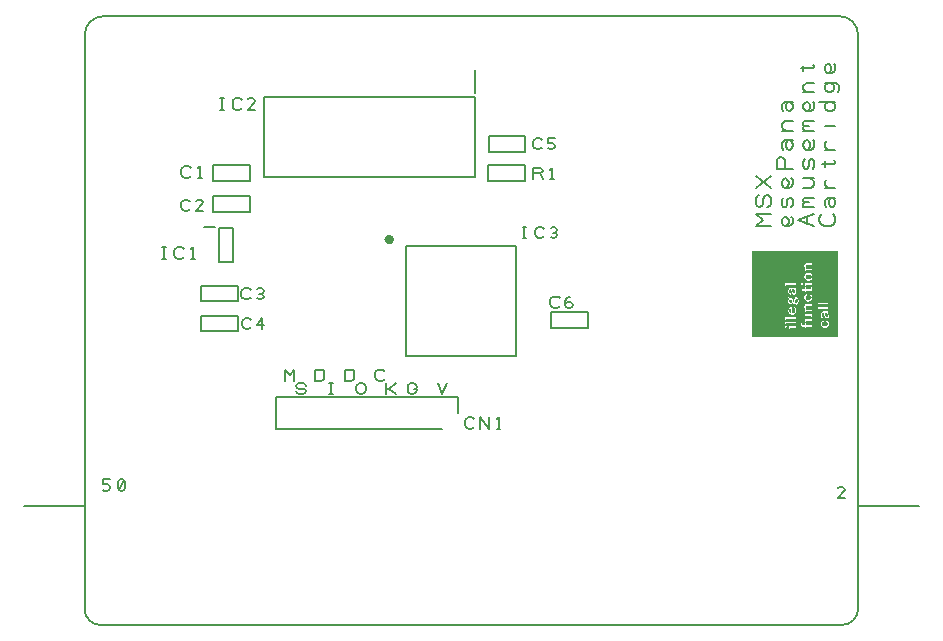
<source format=gbr>
G04 DesignSpark PCB PRO Gerber Version 10.0 Build 5299*
%FSLAX35Y35*%
%MOIN*%
%ADD77C,0.00197*%
%ADD13C,0.00500*%
%ADD80C,0.00787*%
%ADD83C,0.00800*%
%ADD82C,0.01575*%
X0Y0D02*
D02*
D13*
X142281Y8169D02*
G75*
G02*
X137001Y13449I0J5280D01*
G01*
Y204833D01*
G75*
G02*
X143251Y211083I6250J0D01*
G01*
X388594D01*
G75*
G02*
X394844Y204833I0J-6250D01*
G01*
Y13667D01*
G75*
G02*
X389347Y8169I-5497J0D01*
G01*
X142281D01*
X162774Y130313D02*
X164024D01*
X163399D02*
Y134063D01*
X162774D02*
X164024D01*
X169962Y130938D02*
X169649Y130625D01*
X169024Y130313D01*
X168087D01*
X167462Y130625D01*
X167149Y130938D01*
X166837Y131563D01*
Y132813D01*
X167149Y133438D01*
X167462Y133750D01*
X168087Y134063D01*
X169024D01*
X169649Y133750D01*
X169962Y133438D01*
X172462Y130313D02*
X173712D01*
X173087D02*
Y134063D01*
X172462Y133438D01*
X172200Y146846D02*
X171888Y146533D01*
X171263Y146221D01*
X170325D01*
X169700Y146533D01*
X169388Y146846D01*
X169075Y147471D01*
Y148721D01*
X169388Y149346D01*
X169700Y149659D01*
X170325Y149971D01*
X171263D01*
X171888Y149659D01*
X172200Y149346D01*
X176575Y146221D02*
X174075D01*
X176263Y148409D01*
X176575Y149033D01*
X176263Y149659D01*
X175638Y149971D01*
X174700D01*
X174075Y149659D01*
X172325Y157954D02*
X172013Y157641D01*
X171387Y157328D01*
X170450D01*
X169825Y157641D01*
X169513Y157954D01*
X169200Y158578D01*
Y159828D01*
X169513Y160454D01*
X169825Y160766D01*
X170450Y161078D01*
X171387D01*
X172013Y160766D01*
X172325Y160454D01*
X174825Y157328D02*
X176075D01*
X175450D02*
Y161078D01*
X174825Y160454D01*
X182243Y179981D02*
X183493D01*
X182869D02*
Y183731D01*
X182243D02*
X183493D01*
X189431Y180607D02*
X189119Y180294D01*
X188493Y179981D01*
X187556D01*
X186931Y180294D01*
X186619Y180607D01*
X186306Y181231D01*
Y182481D01*
X186619Y183107D01*
X186931Y183419D01*
X187556Y183731D01*
X188493D01*
X189119Y183419D01*
X189431Y183107D01*
X193806Y179981D02*
X191306D01*
X193493Y182169D01*
X193806Y182794D01*
X193493Y183419D01*
X192869Y183731D01*
X191931D01*
X191306Y183419D01*
X192294Y117318D02*
X191981Y117006D01*
X191356Y116693D01*
X190419D01*
X189794Y117006D01*
X189481Y117318D01*
X189169Y117943D01*
Y119193D01*
X189481Y119818D01*
X189794Y120131D01*
X190419Y120443D01*
X191356D01*
X191981Y120131D01*
X192294Y119818D01*
X194481Y117006D02*
X195106Y116693D01*
X195731D01*
X196356Y117006D01*
X196669Y117631D01*
X196356Y118256D01*
X195731Y118568D01*
X195106D01*
X195731D02*
X196356Y118881D01*
X196669Y119506D01*
X196356Y120131D01*
X195731Y120443D01*
X195106D01*
X194481Y120131D01*
X192543Y107445D02*
X192231Y107132D01*
X191606Y106820D01*
X190668D01*
X190043Y107132D01*
X189731Y107445D01*
X189418Y108070D01*
Y109320D01*
X189731Y109945D01*
X190043Y110257D01*
X190668Y110570D01*
X191606D01*
X192231Y110257D01*
X192543Y109945D01*
X195981Y106820D02*
Y110570D01*
X194418Y108070D01*
X196918D01*
X203831Y89560D02*
Y93310D01*
X205394Y91435D01*
X206957Y93310D01*
Y89560D01*
X213831D02*
Y93310D01*
X215707D01*
X216331Y92998D01*
X216644Y92685D01*
X216957Y92060D01*
Y90810D01*
X216644Y90185D01*
X216331Y89873D01*
X215707Y89560D01*
X213831D01*
X223831D02*
Y93310D01*
X225707D01*
X226331Y92998D01*
X226644Y92685D01*
X226957Y92060D01*
Y90810D01*
X226644Y90185D01*
X226331Y89873D01*
X225707Y89560D01*
X223831D01*
X236957Y90185D02*
X236644Y89873D01*
X236019Y89560D01*
X235081D01*
X234457Y89873D01*
X234144Y90185D01*
X233831Y90810D01*
Y92060D01*
X234144Y92685D01*
X234457Y92998D01*
X235081Y93310D01*
X236019D01*
X236644Y92998D01*
X236957Y92685D01*
X207576Y86047D02*
X207888Y85422D01*
X208513Y85109D01*
X209763D01*
X210388Y85422D01*
X210701Y86047D01*
X210388Y86672D01*
X209763Y86985D01*
X208513D01*
X207888Y87297D01*
X207576Y87922D01*
X207888Y88547D01*
X208513Y88859D01*
X209763D01*
X210388Y88547D01*
X210701Y87922D01*
X218513Y85109D02*
X219763D01*
X219138D02*
Y88859D01*
X218513D02*
X219763D01*
X227576Y86359D02*
Y87609D01*
X227888Y88235D01*
X228201Y88547D01*
X228826Y88859D01*
X229451D01*
X230076Y88547D01*
X230388Y88235D01*
X230701Y87609D01*
Y86359D01*
X230388Y85735D01*
X230076Y85422D01*
X229451Y85109D01*
X228826D01*
X228201Y85422D01*
X227888Y85735D01*
X227576Y86359D01*
X237576Y85109D02*
Y88859D01*
Y86985D02*
X238513D01*
X240701Y88859D01*
X238513Y86985D02*
X240701Y85109D01*
X246830Y86672D02*
X247767D01*
Y86359D01*
X247455Y85735D01*
X247142Y85422D01*
X246517Y85109D01*
X245892D01*
X245267Y85422D01*
X244955Y85735D01*
X244642Y86359D01*
Y87609D01*
X244955Y88235D01*
X245267Y88547D01*
X245892Y88859D01*
X246517D01*
X247142Y88547D01*
X247455Y88235D01*
X247767Y87609D01*
X254642Y88859D02*
X256205Y85109D01*
X257767Y88859D01*
X266862Y74253D02*
X266550Y73940D01*
X265924Y73628D01*
X264987D01*
X264362Y73940D01*
X264050Y74253D01*
X263737Y74878D01*
Y76128D01*
X264050Y76753D01*
X264362Y77065D01*
X264987Y77378D01*
X265924D01*
X266550Y77065D01*
X266862Y76753D01*
X268737Y73628D02*
Y77378D01*
X271862Y73628D01*
Y77378D01*
X274362Y73628D02*
X275612D01*
X274987D02*
Y77378D01*
X274362Y76753D01*
X282959Y137116D02*
X284209D01*
X283585D02*
Y140866D01*
X282959D02*
X284209D01*
X290147Y137741D02*
X289835Y137429D01*
X289209Y137116D01*
X288272D01*
X287647Y137429D01*
X287335Y137741D01*
X287022Y138366D01*
Y139616D01*
X287335Y140241D01*
X287647Y140554D01*
X288272Y140866D01*
X289209D01*
X289835Y140554D01*
X290147Y140241D01*
X292335Y137429D02*
X292959Y137116D01*
X293585D01*
X294209Y137429D01*
X294522Y138054D01*
X294209Y138679D01*
X293585Y138991D01*
X292959D01*
X293585D02*
X294209Y139304D01*
X294522Y139929D01*
X294209Y140554D01*
X293585Y140866D01*
X292959D01*
X292335Y140554D01*
X283804Y161537D02*
Y156237D01*
X271504D01*
Y161537D01*
X283804D01*
X289515Y167314D02*
X289203Y167001D01*
X288578Y166689D01*
X287640D01*
X287015Y167001D01*
X286703Y167314D01*
X286390Y167939D01*
Y169189D01*
X286703Y169814D01*
X287015Y170126D01*
X287640Y170439D01*
X288578D01*
X289203Y170126D01*
X289515Y169814D01*
X291390Y167001D02*
X292015Y166689D01*
X292953D01*
X293578Y167001D01*
X293890Y167626D01*
Y167939D01*
X293578Y168564D01*
X292953Y168876D01*
X291390D01*
Y170439D01*
X293890D01*
X286515Y156829D02*
Y160579D01*
X288702D01*
X289328Y160267D01*
X289640Y159642D01*
X289328Y159017D01*
X288702Y158704D01*
X286515D01*
X288702D02*
X289640Y156829D01*
X292140D02*
X293390D01*
X292765D02*
Y160579D01*
X292140Y159954D01*
X295381Y114522D02*
X295069Y114209D01*
X294443Y113897D01*
X293506D01*
X292881Y114209D01*
X292569Y114522D01*
X292256Y115147D01*
Y116397D01*
X292569Y117022D01*
X292881Y117335D01*
X293506Y117647D01*
X294443D01*
X295069Y117335D01*
X295381Y117022D01*
X297256Y114835D02*
X297569Y115459D01*
X298193Y115772D01*
X298819D01*
X299443Y115459D01*
X299756Y114835D01*
X299443Y114209D01*
X298819Y113897D01*
X298193D01*
X297569Y114209D01*
X297256Y114835D01*
Y115772D01*
X297569Y116709D01*
X298193Y117335D01*
X298819Y117647D01*
D02*
D77*
X359621Y104533D02*
Y132833D01*
X359721Y104532D02*
Y132833D01*
X359821Y104533D02*
Y132832D01*
X359921Y104533D02*
X359920Y132833D01*
X360021Y104533D02*
Y132833D01*
X360121Y104533D02*
Y132833D01*
X360221Y104532D02*
Y132833D01*
X360321Y104533D02*
Y132832D01*
X360421Y104533D02*
X360420Y132832D01*
X360521Y104533D02*
Y132833D01*
X360621Y104533D02*
X360621Y132833D01*
X360721Y104532D02*
Y132833D01*
X360821Y104533D02*
Y132832D01*
X360921Y104533D02*
X360920Y132832D01*
X361021Y104533D02*
Y132833D01*
X361121Y104533D02*
X361121Y132833D01*
X361221Y104532D02*
Y132833D01*
X361321Y104533D02*
Y132832D01*
X361421Y104533D02*
Y132833D01*
X361521Y104533D02*
Y132833D01*
X361621Y104533D02*
Y132833D01*
X361721Y104532D02*
Y132833D01*
X361821Y104533D02*
X361821Y132833D01*
X361921Y104533D02*
Y132833D01*
X362021Y104533D02*
Y132833D01*
X362121Y104533D02*
X362120Y132833D01*
X362221Y104532D02*
Y132833D01*
X362321Y104533D02*
X362321Y132833D01*
X362421Y104533D02*
Y132833D01*
X362521Y104533D02*
Y132833D01*
X362621Y104533D02*
Y132832D01*
X362721Y104532D02*
Y132833D01*
X362821Y104533D02*
X362821Y132833D01*
X362921Y104533D02*
Y132833D01*
X363021Y104532D02*
Y132833D01*
X363121Y104533D02*
Y132832D01*
X363221Y104533D02*
X363221Y132833D01*
X363321Y104533D02*
X363321Y132833D01*
X363421Y104533D02*
Y132833D01*
X363521Y104532D02*
Y132833D01*
X363621Y104533D02*
Y132832D01*
X363721Y104533D02*
X363720Y132833D01*
X363821Y104533D02*
Y132833D01*
X363921Y104533D02*
Y132833D01*
X364021Y104532D02*
Y132833D01*
X364121Y104533D02*
Y132832D01*
X364221Y104533D02*
X364220Y132833D01*
X364321Y104533D02*
Y132833D01*
X364421Y104533D02*
X364421Y132833D01*
X364521Y104532D02*
Y132833D01*
X364621Y104533D02*
Y132832D01*
X364721Y104533D02*
X364720Y132832D01*
X364821Y104533D02*
Y132833D01*
X364921Y104533D02*
X364921Y132833D01*
X365021Y104532D02*
Y132833D01*
X365121Y104533D02*
Y132832D01*
X365221Y104533D02*
Y132833D01*
X365321Y104533D02*
Y132833D01*
X365421Y104533D02*
X365421Y132833D01*
X365521Y104532D02*
Y132833D01*
X365621Y104533D02*
X365621Y132833D01*
X365721Y104533D02*
Y132833D01*
X365821Y104533D02*
Y132833D01*
X365921Y104533D02*
X365920Y132833D01*
X366021Y104532D02*
Y132833D01*
X366121Y104533D02*
X366121Y132833D01*
X366221Y104533D02*
Y132833D01*
X366321Y104533D02*
Y132833D01*
X366421Y104533D02*
Y132832D01*
X366521Y104532D02*
Y132833D01*
X366621Y104533D02*
X366621Y132833D01*
X366721Y104533D02*
Y132833D01*
X366821Y104533D02*
Y132833D01*
X366921Y104533D02*
Y132832D01*
X367021Y104533D02*
X367021Y132833D01*
X367121Y104533D02*
X367121Y132833D01*
X367221Y104533D02*
Y132833D01*
X367321Y104532D02*
Y132833D01*
X367421Y104533D02*
Y132832D01*
X367521Y104533D02*
X367521Y132833D01*
X367621Y104533D02*
Y132833D01*
X367721Y104533D02*
Y132833D01*
X367821Y104532D02*
Y132833D01*
X367921Y104533D02*
Y132832D01*
X368021Y104533D02*
X368020Y132833D01*
X368121Y104533D02*
Y132833D01*
X368221Y104533D02*
X368221Y132833D01*
X368321Y104532D02*
Y132833D01*
X368421Y104533D02*
Y132832D01*
X368521Y104533D02*
X368520Y132832D01*
X368621Y104533D02*
Y132833D01*
X368721Y104533D02*
X368721Y132833D01*
X368821Y104532D02*
Y132833D01*
X368921Y104533D02*
Y132832D01*
X369021Y104533D02*
Y132833D01*
X369121Y104533D02*
Y132833D01*
X369221Y104533D02*
X369221Y132833D01*
X369321Y104532D02*
Y132833D01*
X369421Y104533D02*
X369421Y132833D01*
X369521Y104533D02*
Y132833D01*
X369621Y104533D02*
Y132833D01*
X369721Y104533D02*
X369720Y132833D01*
X369821Y104532D02*
Y132833D01*
X369921Y104533D02*
X369921Y132833D01*
X370021Y104533D02*
Y132833D01*
X370121Y104533D02*
Y107332D01*
Y108033D02*
Y132833D01*
X370221Y104533D02*
Y107232D01*
Y108133D02*
X370220Y108433D01*
X370221Y109633D02*
Y109933D01*
Y111133D02*
Y121132D01*
Y122333D02*
Y132832D01*
X370321Y104532D02*
Y107132D01*
Y108132D02*
Y108432D01*
Y109632D02*
Y109932D01*
Y111132D02*
Y121133D01*
Y122332D02*
Y132833D01*
X370420Y122332D02*
X370421Y132833D01*
X370421Y104533D02*
X370420Y107132D01*
X370421Y109633D02*
X370420Y109932D01*
X370421Y111133D02*
X370421Y121133D01*
Y108133D02*
X370420Y108432D01*
X370521Y104533D02*
Y107133D01*
Y108233D02*
Y108433D01*
Y109633D02*
Y109933D01*
Y111133D02*
Y121133D01*
Y122333D02*
Y132833D01*
X370621Y104533D02*
X370621Y107133D01*
X370621Y108233D02*
X370622Y108433D01*
X370621Y109632D02*
X370622Y109933D01*
X370621Y111132D02*
Y121133D01*
X370621Y122333D02*
X370621Y132833D01*
X370721Y104533D02*
Y107133D01*
Y108133D02*
X370720Y108433D01*
X370721Y109633D02*
Y109933D01*
Y111133D02*
Y121132D01*
Y122333D02*
Y132832D01*
X370821Y109632D02*
Y110233D01*
Y111132D02*
Y121433D01*
Y122332D02*
Y132833D01*
X370821Y104533D02*
X370821Y107233D01*
X370821Y108133D02*
X370821Y108733D01*
X370920Y122332D02*
X370921Y132833D01*
X370921Y104533D02*
Y107333D01*
Y109633D02*
X370921Y110233D01*
X370921Y111133D02*
X370921Y121433D01*
Y108033D02*
Y108733D01*
X371021Y104533D02*
Y108733D01*
Y109633D02*
Y110233D01*
Y111133D02*
Y121433D01*
Y122333D02*
Y132833D01*
X371121Y104532D02*
Y108733D01*
Y109632D02*
Y110233D01*
Y111132D02*
Y121433D01*
X371122Y122333D02*
X371121Y132833D01*
X371221Y104533D02*
Y108732D01*
Y109633D02*
Y110232D01*
Y111133D02*
Y121432D01*
Y122333D02*
Y132832D01*
X371321Y109632D02*
Y110233D01*
Y111132D02*
Y112533D01*
Y116833D02*
Y117232D01*
Y117833D02*
Y118833D01*
Y120133D02*
Y121433D01*
Y122332D02*
Y132833D01*
X371321Y104533D02*
X371321Y108733D01*
X371321Y113633D02*
Y115633D01*
X371420Y117032D02*
X371421Y117133D01*
X371420Y122332D02*
X371421Y132833D01*
X371421Y104533D02*
X371421Y106933D01*
X371421Y109633D02*
X371421Y110233D01*
X371421Y111133D02*
Y112232D01*
Y113933D02*
Y115433D01*
X371421Y108133D02*
Y108733D01*
Y117833D02*
X371421Y118632D01*
X371421Y120433D02*
Y121433D01*
X371521Y104533D02*
Y106933D01*
Y108133D02*
Y108732D01*
Y109633D02*
Y110233D01*
Y111133D02*
Y112133D01*
Y114033D02*
Y115233D01*
Y117833D02*
Y118533D01*
Y120533D02*
Y121433D01*
Y122333D02*
Y132833D01*
X371620Y108133D02*
X371621Y108733D01*
X371620Y114133D02*
Y115233D01*
X371621Y104532D02*
Y106933D01*
Y109632D02*
Y110233D01*
Y111132D02*
Y112033D01*
Y117833D02*
Y118333D01*
Y120633D02*
Y121433D01*
Y122332D02*
Y132833D01*
X371721Y104533D02*
Y106932D01*
Y108133D02*
Y108732D01*
Y109633D02*
Y110232D01*
Y111133D02*
Y111933D01*
Y114233D02*
Y115132D01*
Y117832D02*
Y118332D01*
Y120733D02*
Y121432D01*
Y122333D02*
Y132832D01*
X371820Y119432D02*
X371821Y119633D01*
Y109632D02*
Y110233D01*
Y111132D02*
X371820Y111832D01*
X371821Y113033D02*
Y113132D01*
Y117833D02*
Y118232D01*
Y120832D02*
X371820Y121433D01*
X371821Y122332D02*
X371820Y132833D01*
X371821Y104533D02*
X371821Y106933D01*
X371821Y108133D02*
X371821Y108733D01*
X371821Y114333D02*
X371821Y115033D01*
X371821Y116233D02*
X371921Y104533D02*
Y106933D01*
Y108133D02*
Y108733D01*
Y109633D02*
Y110233D01*
Y111133D02*
Y111732D01*
Y112833D02*
Y113333D01*
Y114433D02*
Y115032D01*
Y116032D02*
Y116433D01*
Y117633D02*
Y118233D01*
Y119233D02*
Y119832D01*
Y120832D02*
Y121433D01*
Y122333D02*
Y132833D01*
X372021Y104533D02*
Y107232D01*
Y108133D02*
Y108732D01*
Y109633D02*
Y110233D01*
Y111133D02*
Y111733D01*
Y112733D02*
Y113433D01*
Y114433D02*
Y115033D01*
Y115933D02*
Y116533D01*
Y117432D02*
Y118233D01*
Y119132D02*
X372021Y119933D01*
X372021Y120833D02*
Y121433D01*
Y122333D02*
X372021Y132833D01*
X372120Y108133D02*
X372121Y108733D01*
Y104532D02*
Y107233D01*
Y109632D02*
Y110233D01*
Y111132D02*
Y111732D01*
Y112632D02*
Y113533D01*
Y114432D02*
Y115033D01*
Y115932D02*
Y116532D01*
Y117432D02*
Y118232D01*
Y119133D02*
Y119933D01*
Y120832D02*
Y121433D01*
Y122332D02*
Y132833D01*
X372221Y104533D02*
Y107232D01*
Y108133D02*
Y108732D01*
Y109633D02*
Y110232D01*
Y111133D02*
Y111633D01*
Y112633D02*
Y113532D01*
Y114532D02*
X372221Y115033D01*
X372221Y115933D02*
X372221Y116533D01*
X372221Y117432D02*
Y118233D01*
Y119033D02*
Y120033D01*
Y120932D02*
Y121432D01*
Y122333D02*
Y132832D01*
X372320Y120932D02*
X372320Y121433D01*
X372321Y109632D02*
Y110233D01*
Y114533D02*
Y115033D01*
Y117432D02*
Y118232D01*
X372321Y104533D02*
X372321Y107233D01*
X372321Y108133D02*
X372321Y108733D01*
X372321Y111133D02*
Y111633D01*
Y115933D02*
X372321Y116532D01*
X372321Y119033D02*
X372320Y119432D01*
X372321Y122333D02*
X372320Y132832D01*
X372421Y104533D02*
Y107233D01*
Y108133D02*
Y108733D01*
Y109632D02*
Y110233D01*
Y111133D02*
Y111633D01*
Y114533D02*
Y115032D01*
Y116032D02*
Y116433D01*
Y117432D02*
Y119033D01*
Y120933D02*
Y121433D01*
Y122333D02*
Y132833D01*
X372521Y104533D02*
Y107232D01*
Y108133D02*
Y108732D01*
Y109633D02*
Y110233D01*
Y111133D02*
Y111633D01*
Y114533D02*
Y115033D01*
Y117332D02*
Y118733D01*
Y122333D02*
X372521Y132833D01*
Y120933D02*
Y121433D01*
X372621Y104532D02*
Y107233D01*
Y108132D02*
Y108733D01*
Y109632D02*
Y110233D01*
Y111132D02*
Y111632D01*
Y114533D02*
Y115133D01*
Y117333D02*
Y118633D01*
Y120933D02*
Y121433D01*
Y122332D02*
Y132833D01*
X372721Y104533D02*
Y107232D01*
Y108133D02*
Y108732D01*
Y109633D02*
Y110232D01*
Y111133D02*
Y111633D01*
Y117233D02*
Y118432D01*
Y120932D02*
Y121432D01*
Y122333D02*
Y132832D01*
X372721Y114533D02*
X372721Y115233D01*
X372820Y117132D02*
X372821Y118333D01*
X372820Y119932D02*
X372821Y120033D01*
X372820Y120932D02*
X372821Y121433D01*
X372821Y104533D02*
Y107233D01*
Y109632D02*
Y110233D01*
Y114533D02*
Y115333D01*
X372821Y108133D02*
X372821Y108733D01*
X372821Y111133D02*
Y111633D01*
Y122333D02*
X372820Y132832D01*
X372921Y104533D02*
Y107233D01*
Y108133D02*
Y108733D01*
Y109632D02*
Y110233D01*
Y111133D02*
Y111633D01*
Y112533D02*
Y115333D01*
Y117032D02*
Y118232D01*
Y119533D02*
Y120033D01*
Y120933D02*
Y121433D01*
Y122333D02*
Y132833D01*
X373020Y119333D02*
X373021Y120033D01*
Y104533D02*
Y107232D01*
Y108133D02*
Y108732D01*
Y109633D02*
Y110232D01*
Y111133D02*
Y111633D01*
Y112532D02*
Y115233D01*
Y116733D02*
Y118233D01*
Y122333D02*
X373021Y132833D01*
Y120933D02*
Y121433D01*
X373121Y104532D02*
Y107233D01*
Y108132D02*
Y108733D01*
Y109632D02*
Y110233D01*
Y111132D02*
Y111632D01*
Y112533D02*
Y113732D01*
Y114533D02*
Y115133D01*
Y116032D02*
Y118133D01*
Y119133D02*
Y120032D01*
Y120933D02*
Y121433D01*
Y122332D02*
Y132833D01*
X373221Y104533D02*
Y107232D01*
Y108133D02*
Y108732D01*
Y109633D02*
X373221Y110233D01*
X373221Y111133D02*
Y111633D01*
Y112633D02*
X373221Y113733D01*
X373221Y119132D02*
Y120033D01*
Y120932D02*
X373221Y121433D01*
Y114533D02*
X373221Y115132D01*
X373221Y116533D02*
Y118133D01*
Y122333D02*
X373221Y132832D01*
X373321Y109632D02*
Y110233D01*
Y114533D02*
X373320Y115132D01*
X373321Y117232D02*
X373321Y118133D01*
Y104533D02*
X373321Y107233D01*
X373321Y108133D02*
X373321Y108733D01*
X373321Y111133D02*
Y111633D01*
Y112633D02*
Y113733D01*
Y119033D02*
X373321Y119832D01*
X373321Y120933D02*
Y121433D01*
Y122333D02*
Y132833D01*
X373421Y104533D02*
Y107233D01*
Y108133D02*
Y108733D01*
Y109632D02*
Y110233D01*
Y111133D02*
Y111732D01*
Y114432D02*
Y115133D01*
Y117433D02*
Y118133D01*
Y119133D02*
Y119733D01*
Y120933D02*
Y121433D01*
X373421Y122333D02*
X373421Y132833D01*
X373422Y112732D02*
X373421Y113633D01*
X373521Y104533D02*
Y107232D01*
Y108133D02*
Y108732D01*
Y109633D02*
Y110232D01*
Y111133D02*
X373520Y111733D01*
X373521Y112832D02*
Y113532D01*
Y114433D02*
Y115132D01*
Y117633D02*
Y118133D01*
Y119132D02*
Y119632D01*
Y120933D02*
Y121433D01*
Y122333D02*
Y132833D01*
X373621Y104532D02*
Y107233D01*
Y108132D02*
Y108733D01*
Y109632D02*
Y110233D01*
Y111132D02*
Y111833D01*
Y114432D02*
Y115232D01*
Y117732D02*
Y118133D01*
Y120933D02*
Y121433D01*
Y122332D02*
Y132833D01*
X373720Y108133D02*
X373721Y108732D01*
X373720Y122332D02*
X373721Y132833D01*
X373721Y104533D02*
Y107232D01*
Y109633D02*
X373721Y110233D01*
X373721Y111133D02*
Y111832D01*
Y117733D02*
Y118233D01*
X373721Y114333D02*
X373720Y115233D01*
X373721Y120933D02*
Y121433D01*
X373821Y104533D02*
Y107232D01*
Y108133D02*
Y108733D01*
Y109633D02*
Y110233D01*
Y111133D02*
Y111933D01*
Y114233D02*
Y115033D01*
Y117733D02*
Y118233D01*
Y120933D02*
Y121433D01*
Y122333D02*
Y132833D01*
X373921Y104533D02*
Y107233D01*
Y108133D02*
Y108733D01*
Y109632D02*
Y110233D01*
Y111132D02*
Y112033D01*
Y114133D02*
Y115032D01*
Y115933D02*
Y116433D01*
Y117833D02*
Y118333D01*
Y120933D02*
Y121433D01*
X373921Y122333D02*
X373921Y132833D01*
X374021Y104533D02*
Y107232D01*
Y108133D02*
Y108732D01*
Y109633D02*
Y110232D01*
Y111133D02*
X374020Y112233D01*
X374021Y113933D02*
Y114933D01*
Y115832D02*
Y116832D01*
Y117832D02*
Y118432D01*
Y119932D02*
Y120132D01*
Y120932D02*
X374020Y121433D01*
X374021Y122333D02*
Y132832D01*
X374121Y104532D02*
Y112533D01*
Y113732D02*
Y114932D01*
Y115833D02*
X374121Y116933D01*
X374121Y117833D02*
Y118633D01*
Y119732D02*
Y132833D01*
X374221Y104533D02*
Y114933D01*
Y115832D02*
Y116933D01*
X374221Y117833D02*
Y132833D01*
X374321Y104533D02*
Y114933D01*
Y116032D02*
Y116733D01*
Y117833D02*
Y132833D01*
X374421Y104533D02*
Y114932D01*
Y117732D02*
Y132833D01*
X374521Y104533D02*
Y115032D01*
Y117733D02*
Y132832D01*
X374621Y104532D02*
Y115033D01*
Y117633D02*
Y132833D01*
X374720Y117532D02*
X374721Y132833D01*
X374721Y104533D02*
Y115132D01*
X374821Y104533D02*
Y115332D01*
Y117333D02*
Y132833D01*
X374920Y116933D02*
X374921Y132833D01*
Y104532D02*
X374921Y115733D01*
X375021Y104533D02*
Y132832D01*
X375121Y104533D02*
X375121Y132833D01*
X375221Y104533D02*
X375221Y132833D01*
X375321Y104533D02*
Y132833D01*
X375421Y104532D02*
Y132833D01*
X375521Y104533D02*
Y121632D01*
Y122232D02*
Y132832D01*
X375620Y109032D02*
X375621Y121532D01*
Y122332D02*
X375620Y132833D01*
X375621Y104533D02*
X375620Y108032D01*
X375721Y104533D02*
Y107733D01*
Y109033D02*
Y121433D01*
Y122432D02*
Y132833D01*
X375821Y104533D02*
Y107633D01*
Y122433D02*
X375821Y132833D01*
Y109033D02*
X375821Y121433D01*
X375921Y104532D02*
X375920Y107633D01*
X375921Y109033D02*
X375920Y119533D01*
X375921Y120433D02*
Y121433D01*
Y122433D02*
Y132833D01*
X376021Y104533D02*
Y107532D01*
Y109032D02*
Y119533D01*
Y120432D02*
Y121432D01*
Y122432D02*
Y132832D01*
X376120Y109032D02*
X376121Y119533D01*
X376120Y120432D02*
X376120Y121433D01*
X376121Y104533D02*
X376120Y107532D01*
X376121Y122433D02*
X376120Y132832D01*
X376221Y104533D02*
Y107533D01*
Y108432D02*
Y119533D01*
Y120433D02*
Y121433D01*
Y122432D02*
Y132833D01*
X376321Y104533D02*
X376322Y107533D01*
X376321Y108433D02*
Y119533D01*
Y122333D02*
X376321Y132833D01*
Y120433D02*
X376321Y121533D01*
X376421Y104532D02*
Y107533D01*
Y108432D02*
Y119532D01*
Y120433D02*
Y121732D01*
Y122133D02*
Y132833D01*
X376521Y104533D02*
Y107532D01*
Y120432D02*
Y132832D01*
X376521Y108433D02*
X376521Y119533D01*
X376620Y120432D02*
Y132832D01*
X376621Y104533D02*
X376620Y107532D01*
X376621Y108432D02*
X376621Y119533D01*
X376721Y104533D02*
Y107533D01*
Y108432D02*
Y113833D01*
Y114933D02*
Y116933D01*
Y120433D02*
Y123833D01*
Y124933D02*
Y127533D01*
Y128533D02*
Y132833D01*
X376721Y118033D02*
X376721Y119533D01*
X376821Y104533D02*
X376822Y107033D01*
X376821Y112133D02*
Y112433D01*
Y113532D02*
X376822Y113633D01*
X376821Y118233D02*
Y119033D01*
Y121132D02*
X376822Y121233D01*
X376821Y122433D02*
Y123533D01*
Y127133D02*
Y127232D01*
Y128732D02*
X376821Y132833D01*
Y109033D02*
X376821Y109133D01*
X376821Y125233D02*
X376822Y126033D01*
Y110333D02*
X376820Y111233D01*
X376822Y115133D02*
X376821Y116633D01*
X376921Y104532D02*
Y107033D01*
Y109033D02*
Y109132D01*
Y112132D02*
Y112432D01*
Y115232D02*
Y116432D01*
Y121133D02*
Y121232D01*
Y122433D02*
Y123433D01*
Y125332D02*
X376921Y126032D01*
X376921Y127132D02*
Y128832D02*
Y132833D01*
X376921Y110332D02*
X376921Y111233D01*
X376921Y118432D02*
X376921Y119032D01*
X377021Y104533D02*
Y107032D01*
Y109032D02*
Y109133D01*
Y110332D02*
X377021Y111233D01*
X377021Y112133D02*
Y112433D01*
Y115332D02*
Y116332D01*
Y121132D02*
Y121232D01*
Y122432D02*
Y123333D01*
Y125432D02*
Y126032D01*
X377021Y118533D02*
X377021Y119033D01*
X377021Y128933D02*
X377021Y132832D01*
X377121Y110332D02*
Y111233D01*
Y115333D02*
X377121Y116233D01*
X377121Y118632D02*
X377121Y119033D01*
X377121Y121133D02*
Y121232D01*
Y122433D02*
X377120Y123232D01*
X377121Y125532D02*
Y126032D01*
X377121Y104533D02*
X377120Y107032D01*
X377121Y109033D02*
X377121Y109132D01*
X377121Y112133D02*
Y112433D01*
Y129033D02*
Y132833D01*
X377221Y104533D02*
Y107033D01*
Y109033D02*
Y109132D01*
Y110333D02*
Y111232D01*
Y112133D02*
Y112433D01*
Y115433D02*
Y116133D01*
Y118732D02*
Y119033D01*
Y121133D02*
Y121233D01*
Y122433D02*
Y123132D01*
Y129033D02*
Y132833D01*
X377221Y125633D02*
X377221Y126033D01*
X377320Y124133D02*
Y124633D01*
X377321Y104533D02*
Y107032D01*
Y109033D02*
Y109133D01*
Y110332D02*
X377320Y111233D01*
X377321Y112133D02*
Y112433D01*
Y113933D02*
Y114433D01*
Y115433D02*
Y116132D01*
Y117233D02*
Y117733D01*
Y118733D02*
Y119033D01*
Y121132D02*
Y121232D01*
Y122432D02*
Y123033D01*
Y125733D02*
Y126032D01*
Y127532D02*
Y128032D01*
Y129033D02*
Y132833D01*
X377421Y104532D02*
Y107533D01*
Y108432D02*
Y109432D01*
Y112132D02*
Y112732D01*
Y113833D02*
Y114533D01*
Y115432D02*
Y116032D01*
Y117032D02*
Y117833D01*
Y118732D02*
Y119532D01*
Y120433D02*
Y121532D01*
Y122433D02*
Y123032D01*
Y124032D02*
Y124733D01*
Y125733D02*
Y126332D01*
Y127432D02*
Y128132D01*
Y129033D02*
Y132833D01*
X377421Y110332D02*
X377421Y111233D01*
X377520Y108432D02*
Y109432D01*
Y113732D02*
X377521Y114533D01*
X377520Y117032D02*
X377521Y117932D01*
Y104533D02*
Y107532D01*
Y110332D02*
X377520Y111233D01*
X377521Y112133D02*
X377520Y112732D01*
X377521Y115433D02*
X377520Y116032D01*
X377521Y118733D02*
X377520Y119533D01*
X377521Y120432D02*
Y121533D01*
Y122432D02*
Y123033D01*
Y123932D02*
Y124833D01*
Y125833D02*
Y126333D01*
Y127333D02*
X377520Y128133D01*
X377521Y129033D02*
Y132833D01*
X377621Y104533D02*
X377620Y107532D01*
X377621Y108432D02*
Y109433D01*
Y110332D02*
Y111233D01*
Y112133D02*
Y112732D01*
Y113632D02*
Y114533D01*
Y115433D02*
Y116032D01*
Y116931D02*
Y117932D01*
Y118733D02*
Y119533D01*
Y120433D02*
Y121533D01*
Y122433D02*
Y122932D01*
Y123933D02*
Y124832D01*
Y125833D02*
Y126333D01*
Y127233D02*
Y128133D01*
Y129033D02*
Y132833D01*
X377721Y104533D02*
Y107533D01*
Y110333D02*
Y111232D01*
Y112133D02*
X377722Y112733D01*
X377721Y113633D02*
Y114533D01*
Y115433D02*
Y115933D01*
Y116933D02*
Y117933D01*
Y118732D02*
Y119533D01*
Y120433D02*
Y121532D01*
Y122433D02*
Y122933D01*
Y123833D02*
Y124933D01*
Y125832D02*
Y126332D01*
Y127233D02*
Y128233D01*
Y129033D02*
Y132833D01*
X377722Y108432D02*
Y109433D01*
X377820Y108433D02*
X377821Y109433D01*
X377820Y129033D02*
X377821Y132832D01*
Y104533D02*
Y107532D01*
Y110332D02*
Y111232D01*
Y112133D02*
X377820Y112733D01*
X377821Y113632D02*
Y114532D01*
Y115433D02*
Y115933D01*
Y116933D02*
Y117932D01*
Y118733D02*
Y119533D01*
Y120432D02*
Y121533D01*
Y122432D02*
Y122932D01*
Y123833D02*
Y124932D01*
Y125833D02*
Y126333D01*
Y127232D02*
Y128232D01*
X377921Y104532D02*
X377921Y107533D01*
X377921Y108432D02*
Y109432D01*
Y112132D02*
Y112732D01*
Y115432D02*
Y115932D01*
Y116833D02*
Y119532D01*
Y120433D02*
Y121532D01*
Y122433D02*
Y122933D01*
Y123832D02*
Y124933D01*
Y125832D02*
Y126332D01*
Y127233D02*
Y128233D01*
Y129033D02*
Y132833D01*
X377921Y110332D02*
X377921Y111233D01*
X377921Y113632D02*
X377921Y114533D01*
X378020Y108432D02*
Y109432D01*
X378021Y104533D02*
Y107532D01*
Y110332D02*
Y111232D01*
Y112133D02*
X378020Y112732D01*
X378021Y113632D02*
X378021Y114533D01*
X378021Y115433D02*
Y115933D01*
Y122432D02*
Y122932D01*
Y125833D02*
Y126333D01*
Y127232D02*
Y128232D01*
X378021Y116833D02*
X378020Y119533D01*
X378021Y120433D02*
X378021Y121533D01*
X378021Y123833D02*
Y124933D01*
Y129033D02*
Y132833D01*
X378121Y104533D02*
Y107532D01*
Y108432D02*
Y109433D01*
Y110332D02*
Y111233D01*
Y112133D02*
Y112733D01*
Y113632D02*
Y114533D01*
Y115433D02*
Y115933D01*
Y116833D02*
Y119533D01*
Y120433D02*
Y121533D01*
Y122433D02*
Y122932D01*
Y123833D02*
Y124933D01*
Y125833D02*
Y126333D01*
Y127232D02*
Y128233D01*
Y129033D02*
Y132833D01*
X378221Y104533D02*
Y107533D01*
Y110333D02*
Y111232D01*
Y112133D02*
X378222Y112733D01*
X378221Y113633D02*
Y114533D01*
Y115432D02*
Y115933D01*
Y116833D02*
X378221Y119533D01*
X378221Y120433D02*
Y121532D01*
Y122433D02*
Y122933D01*
Y123833D02*
Y124933D01*
Y125832D02*
Y126332D01*
Y127233D02*
Y128233D01*
Y129033D02*
Y132833D01*
X378222Y108433D02*
Y109433D01*
X378320Y108433D02*
X378321Y109433D01*
Y104533D02*
Y107532D01*
Y110332D02*
Y111232D01*
Y112133D02*
Y112733D01*
Y113632D02*
Y114532D01*
Y115433D02*
Y115933D01*
Y116832D02*
Y119533D01*
Y120432D02*
Y121533D01*
Y122432D02*
Y122932D01*
Y123833D02*
Y124932D01*
Y125833D02*
Y126333D01*
Y127232D02*
Y128232D01*
Y129032D02*
Y132832D01*
X378421Y104532D02*
X378421Y107533D01*
X378421Y108432D02*
Y109432D01*
Y112132D02*
Y112732D01*
Y115432D02*
Y115932D01*
Y118732D02*
Y119532D01*
Y120433D02*
Y121532D01*
Y122433D02*
Y122933D01*
Y125832D02*
Y126332D01*
Y127233D02*
Y128233D01*
Y129033D02*
Y132833D01*
X378421Y110333D02*
X378421Y111233D01*
X378421Y113632D02*
X378421Y114533D01*
X378421Y116933D02*
X378421Y118032D01*
X378421Y123833D02*
X378421Y124933D01*
X378520Y108432D02*
Y109432D01*
X378521Y104533D02*
Y107532D01*
Y110332D02*
Y111232D01*
Y112133D02*
X378520Y112732D01*
X378521Y113632D02*
Y114533D01*
Y115433D02*
Y115933D01*
Y116933D02*
Y117932D01*
Y118733D02*
X378521Y119533D01*
X378521Y122432D02*
Y122932D01*
Y123833D02*
X378521Y124933D01*
X378521Y125833D02*
Y126333D01*
Y127232D02*
X378521Y128233D01*
Y120433D02*
X378521Y121533D01*
X378521Y129033D02*
Y132833D01*
X378621Y104533D02*
X378621Y107533D01*
X378621Y108433D02*
Y109433D01*
Y110332D02*
Y111233D01*
Y112133D02*
Y112733D01*
Y113632D02*
Y114533D01*
Y115433D02*
Y116033D01*
Y116932D02*
Y117932D01*
Y118733D02*
Y119533D01*
Y120433D02*
Y121533D01*
Y122433D02*
Y122932D01*
Y123932D02*
Y124833D01*
Y125833D02*
Y126333D01*
Y127232D02*
Y128233D01*
Y129033D02*
Y132833D01*
X378720Y110333D02*
X378721Y111232D01*
X378720Y113633D02*
X378721Y114533D01*
Y104532D02*
X378720Y107533D01*
X378721Y112132D02*
X378722Y112733D01*
X378721Y115432D02*
X378722Y116033D01*
X378721Y118732D02*
X378721Y119533D01*
X378721Y120433D02*
Y121532D01*
Y122433D02*
Y122933D01*
Y123933D02*
Y124832D01*
Y125832D02*
Y126332D01*
Y127233D02*
Y128233D01*
Y129033D02*
Y132833D01*
X378722Y108433D02*
Y109433D01*
Y117033D02*
X378720Y117933D01*
X378821Y104533D02*
Y107532D01*
Y110332D02*
Y111133D01*
Y112133D02*
Y112733D01*
Y113632D02*
Y114532D01*
Y115433D02*
X378821Y116032D01*
X378821Y117033D02*
Y117832D01*
Y118733D02*
Y119533D01*
Y120432D02*
Y121533D01*
Y122432D02*
Y123033D01*
Y124033D02*
Y124732D01*
Y125732D02*
Y126333D01*
Y127232D02*
Y128232D01*
Y129032D02*
Y132832D01*
X378821Y108432D02*
X378821Y109433D01*
X378921Y108432D02*
Y109432D01*
Y110432D02*
Y110932D01*
Y115432D02*
X378921Y116133D01*
X378921Y117133D02*
Y117732D01*
Y118633D02*
X378921Y119533D01*
X378921Y120633D02*
Y121532D01*
Y122433D02*
Y123032D01*
Y124132D02*
Y124632D01*
Y125733D02*
Y126332D01*
Y127233D02*
Y128233D01*
Y129033D02*
Y132833D01*
X378921Y104533D02*
Y107533D01*
Y112133D02*
X378921Y112732D01*
X378921Y113633D02*
X378921Y114533D01*
X379020Y125632D02*
X379021Y126333D01*
Y104533D02*
Y107532D01*
Y108432D02*
X379020Y109432D01*
X379021Y112133D02*
X379020Y112732D01*
X379021Y113632D02*
X379021Y114533D01*
X379021Y115433D02*
X379021Y116133D01*
X379021Y118632D02*
X379021Y119533D01*
X379021Y122432D02*
Y123132D01*
Y127232D02*
X379021Y128233D01*
Y110533D02*
X379021Y110733D01*
X379021Y117333D02*
X379020Y117532D01*
X379021Y121133D02*
X379021Y121533D01*
X379021Y124233D02*
Y124433D01*
Y129033D02*
Y132833D01*
X379121Y104533D02*
X379121Y107533D01*
X379121Y108433D02*
Y109533D01*
Y112133D02*
Y112733D01*
Y113632D02*
Y114533D01*
Y115433D02*
Y116233D01*
Y118533D02*
Y119533D01*
Y121133D02*
Y121533D01*
Y122433D02*
Y123133D01*
Y125633D02*
Y126333D01*
Y127232D02*
Y128232D01*
Y129033D02*
Y132833D01*
X379220Y113633D02*
X379221Y114533D01*
X379220Y118433D02*
X379221Y119633D01*
X379220Y125533D02*
X379221Y126332D01*
Y104532D02*
X379220Y107533D01*
X379221Y108432D02*
Y109533D01*
Y112132D02*
Y112732D01*
Y115432D02*
Y116333D01*
Y121133D02*
Y121532D01*
Y122433D02*
X379220Y123233D01*
X379221Y127233D02*
Y128233D01*
Y129033D02*
Y132833D01*
X379321Y104533D02*
Y107532D01*
Y112133D02*
X379321Y112732D01*
X379321Y113632D02*
Y114532D01*
Y115433D02*
Y116433D01*
Y118332D02*
Y119632D01*
Y121132D02*
Y121533D01*
Y122432D02*
Y123333D01*
Y125432D02*
Y126333D01*
Y127232D02*
Y128232D01*
Y129032D02*
Y132832D01*
X379321Y108432D02*
X379321Y109633D01*
X379420Y111332D02*
Y113632D02*
X379421Y114533D01*
X379420Y125233D02*
X379421Y126332D01*
X379420Y129033D02*
Y132833D01*
X379421Y108432D02*
Y109733D01*
Y118232D02*
Y119832D01*
Y121133D02*
Y121532D01*
Y127233D02*
Y128233D01*
X379421Y104533D02*
X379420Y107532D01*
X379421Y112133D02*
X379421Y112732D01*
X379421Y115433D02*
X379421Y116532D01*
X379421Y122433D02*
Y123533D01*
X379520Y118032D02*
X379521Y123733D01*
Y104533D02*
X379520Y109932D01*
X379521Y111133D02*
Y116732D01*
Y125033D02*
Y132833D01*
X379621Y104533D02*
Y132833D01*
X379721Y104532D02*
Y132833D01*
X379821Y104533D02*
Y132832D01*
X379921Y104533D02*
X379920Y132832D01*
X380021Y104533D02*
Y132833D01*
X380121Y104533D02*
X380121Y132833D01*
X380221Y104532D02*
Y132833D01*
X380321Y104533D02*
Y132832D01*
X380421Y104533D02*
X380420Y132832D01*
X380521Y104533D02*
Y132833D01*
X380621Y104533D02*
X380621Y132833D01*
X380721Y104532D02*
Y132833D01*
X380821Y104533D02*
Y132832D01*
X380921Y104533D02*
Y132833D01*
X381021Y104533D02*
Y132833D01*
X381121Y104533D02*
X381120Y113233D01*
X381121Y114433D02*
Y114733D01*
Y115933D02*
Y132833D01*
X381221Y104532D02*
Y113232D01*
Y114432D02*
Y114732D01*
Y115932D02*
Y132833D01*
X381321Y104533D02*
X381320Y113232D01*
X381321Y114433D02*
X381320Y114732D01*
X381321Y115933D02*
X381321Y132833D01*
X381421Y104533D02*
Y113233D01*
Y114433D02*
Y114733D01*
Y115933D02*
Y132833D01*
X381521Y104533D02*
X381522Y113233D01*
X381521Y114432D02*
X381521Y114733D01*
X381521Y115933D02*
Y132833D01*
X381621Y104533D02*
Y113532D01*
Y114433D02*
Y115032D01*
Y115933D02*
X381620Y132833D01*
X381721Y104532D02*
Y113533D01*
Y114432D02*
Y115033D01*
Y115932D02*
Y132833D01*
X381821Y104533D02*
X381821Y113533D01*
X381821Y114433D02*
Y115032D01*
Y115933D02*
X381821Y132833D01*
X381921Y104533D02*
Y113533D01*
Y114433D02*
Y115033D01*
Y115933D02*
Y132833D01*
X382021Y104533D02*
Y113533D01*
Y114432D02*
Y115032D01*
Y115933D02*
Y132833D01*
X382121Y104533D02*
Y108133D01*
Y109133D02*
Y111133D01*
Y112133D02*
Y113532D01*
Y114433D02*
Y115032D01*
Y115933D02*
Y132832D01*
X382221Y104532D02*
Y107832D01*
Y109432D02*
X382221Y110833D01*
X382221Y114432D02*
Y115033D01*
Y115932D02*
Y132833D01*
X382221Y112433D02*
X382221Y113533D01*
X382321Y104533D02*
Y107732D01*
Y112633D02*
X382321Y113533D01*
X382321Y114433D02*
Y115032D01*
Y115933D02*
X382321Y132833D01*
Y109533D02*
X382321Y110633D01*
X382421Y104533D02*
Y107532D01*
Y109733D02*
Y110533D01*
Y112733D02*
Y113533D01*
Y114433D02*
Y115033D01*
Y115933D02*
Y132833D01*
X382520Y109833D02*
X382522Y110433D01*
X382521Y104532D02*
Y107432D01*
Y112833D02*
Y113533D01*
Y114432D02*
Y115032D01*
Y115932D02*
Y132833D01*
X382621Y104533D02*
Y107432D01*
Y109832D02*
Y110332D01*
Y112933D02*
Y113532D01*
Y114433D02*
Y115032D01*
Y115933D02*
Y132832D01*
X382721Y108432D02*
X382721Y108833D01*
X382721Y109932D02*
X382721Y110333D01*
X382721Y111432D02*
X382721Y111833D01*
X382721Y112932D02*
Y113533D01*
Y114432D02*
Y115033D01*
Y115932D02*
Y132833D01*
X382721Y104533D02*
X382721Y107332D01*
X382820Y109932D02*
X382821Y110332D01*
Y104533D02*
Y107232D01*
Y111332D02*
X382821Y112033D01*
X382821Y112933D02*
X382821Y113533D01*
X382821Y114433D02*
Y115032D01*
Y115933D02*
X382821Y132833D01*
Y108233D02*
Y109033D01*
X382921Y104533D02*
Y107232D01*
Y108232D02*
Y109033D01*
Y109933D02*
Y110332D01*
Y111233D02*
Y112032D01*
Y113033D02*
Y113533D01*
Y114433D02*
Y115033D01*
Y115933D02*
Y132833D01*
X383021Y104532D02*
Y107233D01*
Y113033D02*
Y113533D01*
Y114432D02*
X383022Y115033D01*
X383021Y115932D02*
Y132833D01*
X383021Y108133D02*
X383021Y109132D01*
X383022Y109933D02*
X383020Y110333D01*
X383022Y111233D02*
X383021Y112132D01*
X383121Y104533D02*
Y107133D01*
Y108133D02*
Y109133D01*
Y109933D02*
Y110332D01*
Y111133D02*
Y111832D01*
Y113032D02*
Y113532D01*
Y114433D02*
Y115032D01*
Y115933D02*
Y132832D01*
X383221Y109932D02*
X383220Y111332D01*
X383221Y113033D02*
Y113533D01*
Y114432D02*
Y115033D01*
X383221Y104533D02*
X383221Y107132D01*
X383221Y108133D02*
X383221Y109132D01*
X383221Y115933D02*
X383220Y132833D01*
X383321Y104533D02*
Y107133D01*
Y108033D02*
Y111032D01*
Y113033D02*
Y113533D01*
Y114433D02*
Y115031D01*
Y115933D02*
Y132833D01*
X383421Y104533D02*
Y107133D01*
Y113032D02*
Y113533D01*
Y114433D02*
Y115033D01*
Y115933D02*
Y132833D01*
X383421Y108033D02*
X383422Y110833D01*
X383521Y104532D02*
Y107132D01*
Y108033D02*
Y110632D01*
Y113033D02*
Y113533D01*
Y114432D02*
Y115033D01*
Y115932D02*
Y132833D01*
X383621Y104533D02*
Y107133D01*
Y108032D02*
Y110532D01*
Y113032D02*
Y113532D01*
Y114433D02*
Y115032D01*
Y115933D02*
Y132832D01*
X383720Y108032D02*
X383721Y110432D01*
X383720Y111832D02*
X383721Y112133D01*
X383721Y113033D02*
Y113533D01*
Y114432D02*
Y115033D01*
X383721Y104533D02*
Y107133D01*
Y115933D02*
X383720Y132833D01*
X383821Y104533D02*
Y107133D01*
Y108033D02*
Y110332D01*
Y111533D02*
Y112133D01*
Y113033D02*
Y113533D01*
Y114433D02*
Y115032D01*
Y115933D02*
Y132833D01*
X383921Y104533D02*
Y107133D01*
Y108133D02*
Y109133D01*
Y109933D02*
X383922Y110333D01*
X383921Y113032D02*
Y113532D01*
Y114433D02*
Y115033D01*
Y115933D02*
X383921Y132833D01*
X383922Y111333D02*
X383921Y112133D01*
X384020Y108133D02*
X384021Y109132D01*
Y104532D02*
Y107132D01*
Y109932D02*
X384020Y110333D01*
X384021Y111233D02*
Y112132D01*
Y113033D02*
Y113533D01*
Y114432D02*
Y115033D01*
Y115932D02*
Y132833D01*
X384121Y104533D02*
Y107232D01*
Y108133D02*
Y109133D01*
Y113032D02*
Y113532D01*
Y114433D02*
X384121Y115033D01*
X384121Y115933D02*
Y132832D01*
X384121Y109933D02*
X384121Y110232D01*
X384121Y111233D02*
X384121Y112032D01*
X384221Y108233D02*
X384220Y109032D01*
X384221Y109932D02*
Y110233D01*
Y111233D02*
X384221Y111933D01*
X384221Y113033D02*
Y113533D01*
Y114432D02*
Y115033D01*
X384221Y104533D02*
X384221Y107233D01*
X384221Y115933D02*
X384220Y132832D01*
X384321Y104533D02*
Y107233D01*
Y108333D02*
Y108932D01*
Y109832D02*
Y110233D01*
Y111232D02*
Y111833D01*
Y113033D02*
Y113533D01*
Y114433D02*
Y115032D01*
Y115933D02*
Y132833D01*
X384421Y104533D02*
Y107333D01*
Y113032D02*
Y113532D01*
Y114433D02*
X384420Y115033D01*
X384421Y115933D02*
X384421Y132833D01*
X384422Y108533D02*
X384421Y108833D01*
X384422Y109833D02*
Y110333D01*
Y111333D02*
X384421Y111532D01*
X384521Y104532D02*
Y107433D01*
Y109733D02*
X384521Y110332D01*
X384521Y113033D02*
Y113533D01*
Y114432D02*
Y115033D01*
Y115932D02*
Y132833D01*
X384621Y104533D02*
X384621Y107433D01*
X384621Y109732D02*
Y110332D01*
Y113032D02*
Y113532D01*
Y114433D02*
X384621Y115033D01*
X384621Y115933D02*
Y132832D01*
X384721Y109632D02*
X384721Y110433D01*
X384721Y113033D02*
Y113533D01*
X384721Y104533D02*
X384720Y107532D01*
X384721Y114433D02*
X384721Y115033D01*
X384721Y115933D02*
Y132833D01*
X384821Y104533D02*
Y107733D01*
Y112133D02*
Y112232D01*
Y113133D02*
Y113533D01*
Y114432D02*
Y115032D01*
Y115933D02*
Y132833D01*
X384821Y109433D02*
X384821Y110533D01*
X384921Y104533D02*
X384920Y107933D01*
X384921Y111933D02*
X384921Y132833D01*
X384922Y109333D02*
X384921Y110633D01*
X385021Y104532D02*
Y108332D01*
Y108932D02*
Y111033D01*
Y111533D02*
Y132833D01*
X385121Y104533D02*
X385121Y132833D01*
X385221Y104533D02*
Y132833D01*
X385321Y104533D02*
Y132833D01*
X385421Y104533D02*
X385420Y132833D01*
X385521Y104532D02*
Y132833D01*
X385621Y104533D02*
X385621Y132833D01*
X385721Y104533D02*
Y132833D01*
X385821Y104533D02*
Y132833D01*
X385921Y104533D02*
Y132832D01*
X386021Y104532D02*
Y132833D01*
X386121Y104533D02*
X386121Y132833D01*
X386221Y104533D02*
Y132833D01*
X386321Y104533D02*
Y132833D01*
X386421Y104533D02*
Y132832D01*
X386521Y104533D02*
X386521Y132833D01*
X386621Y104533D02*
X386621Y132833D01*
X386721Y104533D02*
Y132833D01*
X386821Y104532D02*
Y132833D01*
X386921Y104533D02*
Y132832D01*
X387021Y104533D02*
X387021Y132833D01*
X387121Y104533D02*
Y132833D01*
X387221Y104533D02*
Y132833D01*
X387321Y104532D02*
Y132833D01*
X387421Y104533D02*
Y132832D01*
X387521Y104533D02*
X387520Y132833D01*
X387621Y104533D02*
Y132833D01*
X387721Y104533D02*
X387721Y132833D01*
X387821Y104532D02*
Y132833D01*
D02*
D80*
X116672Y47791D02*
X137172D01*
X137170Y55289D02*
Y47809D01*
X142989Y53299D02*
X143619Y52984D01*
X144563D01*
X145193Y53299D01*
X145508Y53929D01*
Y54244D01*
X145193Y54874D01*
X144563Y55189D01*
X142989D01*
Y56764D01*
X145508D01*
X148343Y53299D02*
X148973Y52984D01*
X149603D01*
X150233Y53299D01*
X150548Y53929D01*
Y55819D01*
X150233Y56449D01*
X149603Y56764D01*
X148973D01*
X148343Y56449D01*
X148028Y55819D01*
Y53929D01*
X148343Y53299D01*
X150233Y56449D01*
X176768Y140706D02*
X180311D01*
X181689Y140509D02*
X186414D01*
Y129091D01*
X181689D01*
Y140509D01*
X244138Y134485D02*
X280752D01*
Y97871D01*
X244138D01*
Y134485D01*
X261419Y78930D02*
Y84226D01*
X200829D01*
Y73635D01*
X256124D01*
X267180Y193086D02*
Y185515D01*
X267266Y184137D02*
Y157350D01*
X196778D01*
Y184137D01*
X267266D01*
X365943Y141083D02*
X360628D01*
X363286Y143076D01*
X360628Y145069D01*
X365943D01*
X364615Y147461D02*
X365500Y147859D01*
X365943Y148657D01*
Y150251D01*
X365500Y151048D01*
X364615Y151447D01*
X363729Y151048D01*
X363286Y150251D01*
Y148657D01*
X362843Y147859D01*
X361957Y147461D01*
X361071Y147859D01*
X360628Y148657D01*
Y150251D01*
X361071Y151048D01*
X361957Y151447D01*
X365943Y153839D02*
X360628Y157825D01*
Y153839D02*
X365943Y157825D01*
X372587Y144272D02*
X373030Y143873D01*
Y143076D01*
Y142279D01*
X372587Y141481D01*
X371701Y141083D01*
X370372D01*
X369930Y141481D01*
X369487Y142279D01*
Y143076D01*
X369930Y143873D01*
X370372Y144272D01*
X370815D01*
X371258Y143873D01*
X371701Y143076D01*
Y142279D01*
X371258Y141481D01*
X370815Y141083D01*
X372587Y147461D02*
X373030Y148258D01*
Y149852D01*
X372587Y150650D01*
X371701D01*
X371258Y149852D01*
Y148258D01*
X370815Y147461D01*
X369930D01*
X369487Y148258D01*
Y149852D01*
X369930Y150650D01*
X372587Y157028D02*
X373030Y156629D01*
Y155832D01*
Y155035D01*
X372587Y154237D01*
X371701Y153839D01*
X370372D01*
X369930Y154237D01*
X369487Y155035D01*
Y155832D01*
X369930Y156629D01*
X370372Y157028D01*
X370815D01*
X371258Y156629D01*
X371701Y155832D01*
Y155035D01*
X371258Y154237D01*
X370815Y153839D01*
X373030Y160217D02*
X367715D01*
Y163007D01*
X368158Y163804D01*
X369044Y164203D01*
X369930Y163804D01*
X370372Y163007D01*
Y160217D01*
X369930Y166594D02*
X369487Y167392D01*
Y168588D01*
X369930Y169385D01*
X370815Y169783D01*
X372144D01*
X372587Y169385D01*
X373030Y168588D01*
Y167791D01*
X372587Y166993D01*
X372144Y166594D01*
X371701D01*
X371258Y166993D01*
X370815Y167791D01*
Y168588D01*
X371258Y169385D01*
X371701Y169783D01*
X372144D02*
X373030D01*
Y172972D02*
X369487D01*
X370815D02*
X369930Y173371D01*
X369487Y174169D01*
Y174966D01*
X369930Y175763D01*
X370815Y176161D01*
X373030D01*
X369930Y179350D02*
X369487Y180148D01*
Y181344D01*
X369930Y182141D01*
X370815Y182539D01*
X372144D01*
X372587Y182141D01*
X373030Y181344D01*
Y180546D01*
X372587Y179749D01*
X372144Y179350D01*
X371701D01*
X371258Y179749D01*
X370815Y180546D01*
Y181344D01*
X371258Y182141D01*
X371701Y182539D01*
X372144D02*
X373030D01*
X380117Y141083D02*
X374802Y143076D01*
X380117Y145069D01*
X377902Y141880D02*
Y144272D01*
X380117Y147461D02*
X376573D01*
X377016D02*
X376573Y147859D01*
Y148657D01*
X377016Y149055D01*
X378345D01*
X377016D02*
X376573Y149454D01*
Y150251D01*
X377016Y150650D01*
X380117D01*
X376573Y153839D02*
X378788D01*
X379674Y154237D01*
X380117Y155035D01*
Y155832D01*
X379674Y156629D01*
X378788Y157028D01*
X376573D02*
X380117D01*
X379674Y160217D02*
X380117Y161014D01*
Y162608D01*
X379674Y163406D01*
X378788D01*
X378345Y162608D01*
Y161014D01*
X377902Y160217D01*
X377016D01*
X376573Y161014D01*
Y162608D01*
X377016Y163406D01*
X379674Y169783D02*
X380117Y169385D01*
Y168588D01*
Y167791D01*
X379674Y166993D01*
X378788Y166594D01*
X377459D01*
X377016Y166993D01*
X376573Y167791D01*
Y168588D01*
X377016Y169385D01*
X377459Y169783D01*
X377902D01*
X378345Y169385D01*
X378788Y168588D01*
Y167791D01*
X378345Y166993D01*
X377902Y166594D01*
X380117Y172972D02*
X376573D01*
X377016D02*
X376573Y173371D01*
Y174169D01*
X377016Y174567D01*
X378345D01*
X377016D02*
X376573Y174966D01*
Y175763D01*
X377016Y176161D01*
X380117D01*
X379674Y182539D02*
X380117Y182141D01*
Y181344D01*
Y180546D01*
X379674Y179749D01*
X378788Y179350D01*
X377459D01*
X377016Y179749D01*
X376573Y180546D01*
Y181344D01*
X377016Y182141D01*
X377459Y182539D01*
X377902D01*
X378345Y182141D01*
X378788Y181344D01*
Y180546D01*
X378345Y179749D01*
X377902Y179350D01*
X380117Y185728D02*
X376573D01*
X377902D02*
X377016Y186127D01*
X376573Y186924D01*
Y187722D01*
X377016Y188519D01*
X377902Y188917D01*
X380117D01*
X376573Y192771D02*
Y194631D01*
X375687Y193701D02*
X379674D01*
X380117Y194100D01*
Y194498D01*
X379674Y194897D01*
X386317Y145069D02*
X386760Y144670D01*
X387203Y143873D01*
Y142677D01*
X386760Y141880D01*
X386317Y141481D01*
X385431Y141083D01*
X383660D01*
X382774Y141481D01*
X382331Y141880D01*
X381888Y142677D01*
Y143873D01*
X382331Y144670D01*
X382774Y145069D01*
X384103Y147461D02*
X383660Y148258D01*
Y149454D01*
X384103Y150251D01*
X384989Y150650D01*
X386317D01*
X386760Y150251D01*
X387203Y149454D01*
Y148657D01*
X386760Y147859D01*
X386317Y147461D01*
X385874D01*
X385431Y147859D01*
X384989Y148657D01*
Y149454D01*
X385431Y150251D01*
X385874Y150650D01*
X386317D02*
X387203D01*
Y153839D02*
X383660D01*
X384989D02*
X384103Y154237D01*
X383660Y155035D01*
Y155832D01*
X384103Y156629D01*
X383660Y160881D02*
Y162741D01*
X382774Y161811D02*
X386760D01*
X387203Y162210D01*
Y162608D01*
X386760Y163007D01*
X387203Y166594D02*
X383660D01*
X384989D02*
X384103Y166993D01*
X383660Y167791D01*
Y168588D01*
X384103Y169385D01*
X387203Y174567D02*
X383660D01*
X382331D02*
X384989Y182539D02*
X384103Y182141D01*
X383660Y181344D01*
Y180546D01*
X384103Y179749D01*
X384989Y179350D01*
X385874D01*
X386760Y179749D01*
X387203Y180546D01*
Y181344D01*
X386760Y182141D01*
X385874Y182539D01*
X387203D02*
X381888D01*
X384989Y188917D02*
X384103Y188519D01*
X383660Y187722D01*
Y186924D01*
X384103Y186127D01*
X384989Y185728D01*
X385431D01*
X386317Y186127D01*
X386760Y186924D01*
Y187722D01*
X386317Y188519D01*
X385431Y188917D01*
X383660D02*
X387203D01*
X388089Y188519D01*
X388532Y187722D01*
Y186526D01*
X388089Y185728D01*
X386760Y195295D02*
X387203Y194897D01*
Y194100D01*
Y193302D01*
X386760Y192505D01*
X385874Y192106D01*
X384546D01*
X384103Y192505D01*
X383660Y193302D01*
Y194100D01*
X384103Y194897D01*
X384546Y195295D01*
X384989D01*
X385431Y194897D01*
X385874Y194100D01*
Y193302D01*
X385431Y192505D01*
X384989Y192106D01*
X390508Y50484D02*
X387989D01*
X390193Y52689D01*
X390508Y53319D01*
X390193Y53949D01*
X389563Y54264D01*
X388619D01*
X387989Y53949D01*
X394739Y55289D02*
Y47809D01*
X415239Y47789D02*
X394739D01*
D02*
D82*
X239315Y136650D02*
G75*
G02*
X237741I-787J0D01*
G01*
X239315D02*
G75*
G02*
X237741I-787J0D01*
G01*
G75*
G02*
X239315I787J0D01*
G01*
D02*
D83*
X179774Y145754D02*
Y151054D01*
X192074D01*
Y145754D01*
X179774D01*
Y156237D02*
Y161537D01*
X192074D01*
Y156237D01*
X179774D01*
X188205Y111329D02*
Y106029D01*
X175905D01*
Y111329D01*
X188205D01*
Y121329D02*
Y116029D01*
X175905D01*
Y121329D01*
X188205D01*
X271629Y165847D02*
Y171147D01*
X283929D01*
Y165847D01*
X271629D01*
X292346Y107314D02*
Y112614D01*
X304646D01*
Y107314D01*
X292346D01*
X0Y0D02*
M02*

</source>
